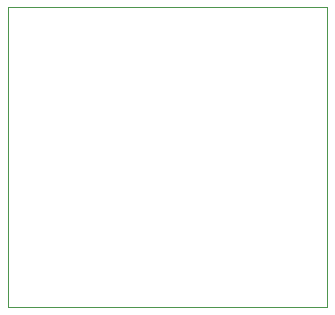
<source format=gbr>
G04 #@! TF.GenerationSoftware,KiCad,Pcbnew,(5.1.4-0-10_14)*
G04 #@! TF.CreationDate,2021-01-04T02:06:15-07:00*
G04 #@! TF.ProjectId,bga-stencil,6267612d-7374-4656-9e63-696c2e6b6963,rev?*
G04 #@! TF.SameCoordinates,Original*
G04 #@! TF.FileFunction,Profile,NP*
%FSLAX46Y46*%
G04 Gerber Fmt 4.6, Leading zero omitted, Abs format (unit mm)*
G04 Created by KiCad (PCBNEW (5.1.4-0-10_14)) date 2021-01-04 02:06:15*
%MOMM*%
%LPD*%
G04 APERTURE LIST*
%ADD10C,0.050000*%
G04 APERTURE END LIST*
D10*
X165000000Y-81500000D02*
X165000000Y-106900000D01*
X192000000Y-106900000D02*
X165000000Y-106900000D01*
X192000000Y-81500000D02*
X192000000Y-106900000D01*
X165000000Y-81500000D02*
X192000000Y-81500000D01*
M02*

</source>
